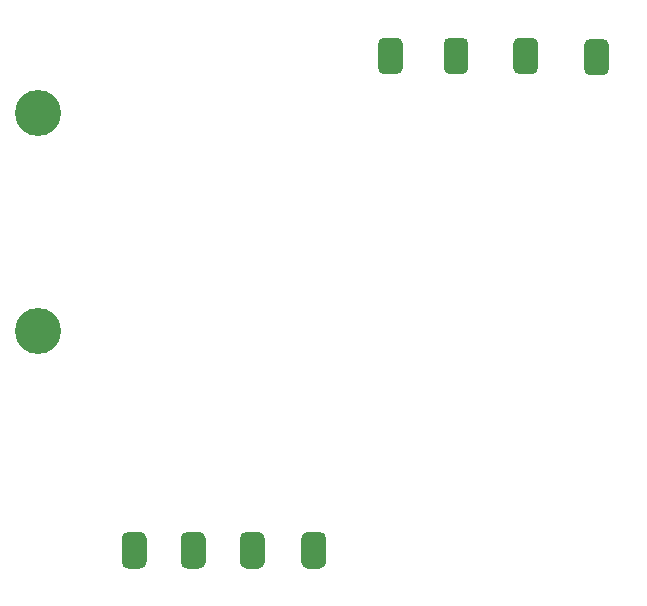
<source format=gbr>
%TF.GenerationSoftware,KiCad,Pcbnew,(5.1.6)-1*%
%TF.CreationDate,2021-04-02T17:33:40+02:00*%
%TF.ProjectId,48-24,34382d32-342e-46b6-9963-61645f706362,rev?*%
%TF.SameCoordinates,Original*%
%TF.FileFunction,Soldermask,Bot*%
%TF.FilePolarity,Negative*%
%FSLAX46Y46*%
G04 Gerber Fmt 4.6, Leading zero omitted, Abs format (unit mm)*
G04 Created by KiCad (PCBNEW (5.1.6)-1) date 2021-04-02 17:33:40*
%MOMM*%
%LPD*%
G01*
G04 APERTURE LIST*
%ADD10C,3.900000*%
G04 APERTURE END LIST*
D10*
%TO.C,H2*%
X46850000Y-160150000D03*
%TD*%
%TO.C,H1*%
X46850000Y-141750000D03*
%TD*%
%TO.C,J8*%
G36*
G01*
X93050000Y-138025000D02*
X93050000Y-135975000D01*
G75*
G02*
X93575000Y-135450000I525000J0D01*
G01*
X94625000Y-135450000D01*
G75*
G02*
X95150000Y-135975000I0J-525000D01*
G01*
X95150000Y-138025000D01*
G75*
G02*
X94625000Y-138550000I-525000J0D01*
G01*
X93575000Y-138550000D01*
G75*
G02*
X93050000Y-138025000I0J525000D01*
G01*
G37*
%TD*%
%TO.C,J7*%
G36*
G01*
X87050000Y-137925000D02*
X87050000Y-135875000D01*
G75*
G02*
X87575000Y-135350000I525000J0D01*
G01*
X88625000Y-135350000D01*
G75*
G02*
X89150000Y-135875000I0J-525000D01*
G01*
X89150000Y-137925000D01*
G75*
G02*
X88625000Y-138450000I-525000J0D01*
G01*
X87575000Y-138450000D01*
G75*
G02*
X87050000Y-137925000I0J525000D01*
G01*
G37*
%TD*%
%TO.C,J6*%
G36*
G01*
X81150000Y-137925000D02*
X81150000Y-135875000D01*
G75*
G02*
X81675000Y-135350000I525000J0D01*
G01*
X82725000Y-135350000D01*
G75*
G02*
X83250000Y-135875000I0J-525000D01*
G01*
X83250000Y-137925000D01*
G75*
G02*
X82725000Y-138450000I-525000J0D01*
G01*
X81675000Y-138450000D01*
G75*
G02*
X81150000Y-137925000I0J525000D01*
G01*
G37*
%TD*%
%TO.C,J5*%
G36*
G01*
X69100000Y-179775000D02*
X69100000Y-177725000D01*
G75*
G02*
X69625000Y-177200000I525000J0D01*
G01*
X70675000Y-177200000D01*
G75*
G02*
X71200000Y-177725000I0J-525000D01*
G01*
X71200000Y-179775000D01*
G75*
G02*
X70675000Y-180300000I-525000J0D01*
G01*
X69625000Y-180300000D01*
G75*
G02*
X69100000Y-179775000I0J525000D01*
G01*
G37*
%TD*%
%TO.C,J4*%
G36*
G01*
X63900000Y-179775000D02*
X63900000Y-177725000D01*
G75*
G02*
X64425000Y-177200000I525000J0D01*
G01*
X65475000Y-177200000D01*
G75*
G02*
X66000000Y-177725000I0J-525000D01*
G01*
X66000000Y-179775000D01*
G75*
G02*
X65475000Y-180300000I-525000J0D01*
G01*
X64425000Y-180300000D01*
G75*
G02*
X63900000Y-179775000I0J525000D01*
G01*
G37*
%TD*%
%TO.C,J3*%
G36*
G01*
X58900000Y-179775000D02*
X58900000Y-177725000D01*
G75*
G02*
X59425000Y-177200000I525000J0D01*
G01*
X60475000Y-177200000D01*
G75*
G02*
X61000000Y-177725000I0J-525000D01*
G01*
X61000000Y-179775000D01*
G75*
G02*
X60475000Y-180300000I-525000J0D01*
G01*
X59425000Y-180300000D01*
G75*
G02*
X58900000Y-179775000I0J525000D01*
G01*
G37*
%TD*%
%TO.C,J2*%
G36*
G01*
X75600000Y-137925000D02*
X75600000Y-135875000D01*
G75*
G02*
X76125000Y-135350000I525000J0D01*
G01*
X77175000Y-135350000D01*
G75*
G02*
X77700000Y-135875000I0J-525000D01*
G01*
X77700000Y-137925000D01*
G75*
G02*
X77175000Y-138450000I-525000J0D01*
G01*
X76125000Y-138450000D01*
G75*
G02*
X75600000Y-137925000I0J525000D01*
G01*
G37*
%TD*%
%TO.C,J1*%
G36*
G01*
X53900000Y-179775000D02*
X53900000Y-177725000D01*
G75*
G02*
X54425000Y-177200000I525000J0D01*
G01*
X55475000Y-177200000D01*
G75*
G02*
X56000000Y-177725000I0J-525000D01*
G01*
X56000000Y-179775000D01*
G75*
G02*
X55475000Y-180300000I-525000J0D01*
G01*
X54425000Y-180300000D01*
G75*
G02*
X53900000Y-179775000I0J525000D01*
G01*
G37*
%TD*%
M02*

</source>
